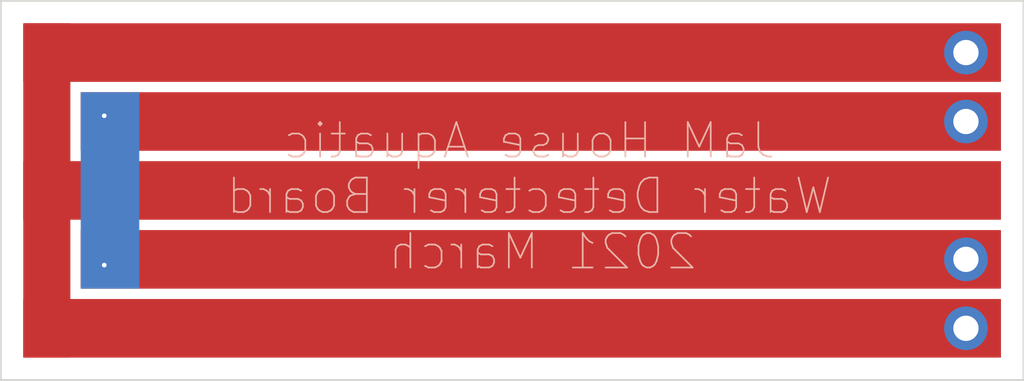
<source format=kicad_pcb>
(kicad_pcb (version 20171130) (host pcbnew "(5.1.9)-1")

  (general
    (thickness 1.6)
    (drawings 13)
    (tracks 2)
    (zones 0)
    (modules 4)
    (nets 1)
  )

  (page A4)
  (layers
    (0 F.Cu signal)
    (31 B.Cu signal)
    (32 B.Adhes user)
    (33 F.Adhes user)
    (34 B.Paste user)
    (35 F.Paste user)
    (36 B.SilkS user)
    (37 F.SilkS user)
    (38 B.Mask user)
    (39 F.Mask user)
    (40 Dwgs.User user)
    (41 Cmts.User user)
    (42 Eco1.User user)
    (43 Eco2.User user)
    (44 Edge.Cuts user)
    (45 Margin user)
    (46 B.CrtYd user)
    (47 F.CrtYd user)
    (48 B.Fab user)
    (49 F.Fab user)
  )

  (setup
    (last_trace_width 0.25)
    (trace_clearance 0.2)
    (zone_clearance 0.508)
    (zone_45_only no)
    (trace_min 0.2)
    (via_size 0.8)
    (via_drill 0.4)
    (via_min_size 0.4)
    (via_min_drill 0.3)
    (uvia_size 0.3)
    (uvia_drill 0.1)
    (uvias_allowed no)
    (uvia_min_size 0.2)
    (uvia_min_drill 0.1)
    (edge_width 0.05)
    (segment_width 0.2)
    (pcb_text_width 0.3)
    (pcb_text_size 1.5 1.5)
    (mod_edge_width 0.12)
    (mod_text_size 1 1)
    (mod_text_width 0.15)
    (pad_size 2.6 2.6)
    (pad_drill 2.2)
    (pad_to_mask_clearance 0)
    (aux_axis_origin 0 0)
    (visible_elements 7FFFFFFF)
    (pcbplotparams
      (layerselection 0x010fc_ffffffff)
      (usegerberextensions false)
      (usegerberattributes true)
      (usegerberadvancedattributes true)
      (creategerberjobfile true)
      (excludeedgelayer true)
      (linewidth 0.100000)
      (plotframeref false)
      (viasonmask false)
      (mode 1)
      (useauxorigin false)
      (hpglpennumber 1)
      (hpglpenspeed 20)
      (hpglpendiameter 15.000000)
      (psnegative false)
      (psa4output false)
      (plotreference true)
      (plotvalue true)
      (plotinvisibletext false)
      (padsonsilk false)
      (subtractmaskfromsilk false)
      (outputformat 1)
      (mirror false)
      (drillshape 1)
      (scaleselection 1)
      (outputdirectory ""))
  )

  (net 0 "")

  (net_class Default "This is the default net class."
    (clearance 0.2)
    (trace_width 0.25)
    (via_dia 0.8)
    (via_drill 0.4)
    (uvia_dia 0.3)
    (uvia_drill 0.1)
  )

  (module MountingHole:MountingHole_2.2mm_M2_DIN965_Pad_TopBottom (layer F.Cu) (tedit 56D1B4CB) (tstamp 60598A25)
    (at 102 80.5)
    (descr "Mounting Hole 2.2mm, M2, DIN965")
    (tags "mounting hole 2.2mm m2 din965")
    (path /60593237)
    (attr virtual)
    (fp_text reference H1 (at 0 -2.9) (layer F.SilkS) hide
      (effects (font (size 1 1) (thickness 0.15)))
    )
    (fp_text value MountingHole (at 0 2.9) (layer F.Fab) hide
      (effects (font (size 1 1) (thickness 0.15)))
    )
    (fp_circle (center 0 0) (end 2.15 0) (layer F.CrtYd) (width 0.05))
    (fp_circle (center 0 0) (end 1.9 0) (layer Cmts.User) (width 0.15))
    (fp_text user %R (at 0.3 0) (layer F.Fab)
      (effects (font (size 1 1) (thickness 0.15)))
    )
    (pad 1 connect circle (at 0 0) (size 3.8 3.8) (layers B.Cu B.Mask))
    (pad 1 connect circle (at 0 0) (size 3.8 3.8) (layers F.Cu F.Mask))
    (pad 1 thru_hole circle (at 0 0) (size 2.6 2.6) (drill 2.2) (layers *.Cu *.Mask))
  )

  (module MountingHole:MountingHole_2.2mm_M2_DIN965_Pad_TopBottom (layer F.Cu) (tedit 56D1B4CB) (tstamp 60598A25)
    (at 102 68.5)
    (descr "Mounting Hole 2.2mm, M2, DIN965")
    (tags "mounting hole 2.2mm m2 din965")
    (path /60593237)
    (attr virtual)
    (fp_text reference H1 (at 0 -2.9) (layer F.SilkS) hide
      (effects (font (size 1 1) (thickness 0.15)))
    )
    (fp_text value MountingHole (at 0 2.9) (layer F.Fab) hide
      (effects (font (size 1 1) (thickness 0.15)))
    )
    (fp_circle (center 0 0) (end 2.15 0) (layer F.CrtYd) (width 0.05))
    (fp_circle (center 0 0) (end 1.9 0) (layer Cmts.User) (width 0.15))
    (fp_text user %R (at 0.3 0) (layer F.Fab)
      (effects (font (size 1 1) (thickness 0.15)))
    )
    (pad 1 connect circle (at 0 0) (size 3.8 3.8) (layers B.Cu B.Mask))
    (pad 1 connect circle (at 0 0) (size 3.8 3.8) (layers F.Cu F.Mask))
    (pad 1 thru_hole circle (at 0 0) (size 2.6 2.6) (drill 2.2) (layers *.Cu *.Mask))
  )

  (module MountingHole:MountingHole_2.2mm_M2_DIN965_Pad_TopBottom (layer F.Cu) (tedit 56D1B4CB) (tstamp 605988FB)
    (at 102 62.5)
    (descr "Mounting Hole 2.2mm, M2, DIN965")
    (tags "mounting hole 2.2mm m2 din965")
    (path /60593237)
    (attr virtual)
    (fp_text reference H1 (at 0 -2.9) (layer F.SilkS) hide
      (effects (font (size 1 1) (thickness 0.15)))
    )
    (fp_text value MountingHole (at 0 2.9) (layer F.Fab) hide
      (effects (font (size 1 1) (thickness 0.15)))
    )
    (fp_circle (center 0 0) (end 2.15 0) (layer F.CrtYd) (width 0.05))
    (fp_circle (center 0 0) (end 1.9 0) (layer Cmts.User) (width 0.15))
    (fp_text user %R (at 0.3 0) (layer F.Fab)
      (effects (font (size 1 1) (thickness 0.15)))
    )
    (pad 1 thru_hole circle (at 0 0) (size 2.6 2.6) (drill 2.2) (layers *.Cu *.Mask))
    (pad 1 connect circle (at 0 0) (size 3.8 3.8) (layers F.Cu F.Mask))
    (pad 1 connect circle (at 0 0) (size 3.8 3.8) (layers B.Cu B.Mask))
  )

  (module MountingHole:MountingHole_2.2mm_M2_DIN965_Pad_TopBottom (layer F.Cu) (tedit 56D1B4CB) (tstamp 60598905)
    (at 102 86.5)
    (descr "Mounting Hole 2.2mm, M2, DIN965")
    (tags "mounting hole 2.2mm m2 din965")
    (path /605934BD)
    (attr virtual)
    (fp_text reference H2 (at 6 -3) (layer F.SilkS) hide
      (effects (font (size 1 1) (thickness 0.15)))
    )
    (fp_text value MountingHole (at 7 15) (layer F.Fab) hide
      (effects (font (size 1 1) (thickness 0.15)))
    )
    (fp_circle (center 0 0) (end 1.9 0) (layer Cmts.User) (width 0.15))
    (fp_circle (center 0 0) (end 2.15 0) (layer F.CrtYd) (width 0.05))
    (fp_text user %R (at 0.3 0) (layer F.Fab)
      (effects (font (size 1 1) (thickness 0.15)))
    )
    (pad 1 connect circle (at 0 0) (size 3.8 3.8) (layers B.Cu B.Mask))
    (pad 1 connect circle (at 0 0) (size 3.8 3.8) (layers F.Cu F.Mask))
    (pad 1 thru_hole circle (at 0 0) (size 2.6 2.6) (drill 2.2) (layers *.Cu *.Mask))
  )

  (gr_text "JaM House Aquatic\nWater Detecterer Board\n2021 March " (at 64 75) (layer B.SilkS)
    (effects (font (size 3 3) (thickness 0.15)) (justify mirror))
  )
  (gr_poly (pts (xy 95 89) (xy 30 89) (xy 30 60) (xy 95 60)) (layer F.Mask) (width 0.1))
  (gr_line (start 107 91) (end 107 58) (layer Edge.Cuts) (width 0.15) (tstamp 60598AB4))
  (gr_line (start 18 91) (end 107 91) (layer Edge.Cuts) (width 0.15))
  (gr_line (start 18 58) (end 18 91) (layer Edge.Cuts) (width 0.15))
  (gr_line (start 107 58) (end 18 58) (layer Edge.Cuts) (width 0.15))
  (gr_poly (pts (xy 24 89) (xy 20 89) (xy 20 60) (xy 24 60)) (layer F.Cu) (width 0.1))
  (gr_poly (pts (xy 30 83) (xy 25 83) (xy 25 66) (xy 30 66)) (layer B.Cu) (width 0.1))
  (gr_poly (pts (xy 105 89) (xy 20 89) (xy 20 84) (xy 105 84)) (layer F.Cu) (width 0.1) (tstamp 60598958))
  (gr_poly (pts (xy 105 83) (xy 25 83) (xy 25 78) (xy 105 78)) (layer F.Cu) (width 0.1) (tstamp 60598958))
  (gr_poly (pts (xy 105 71) (xy 25 71) (xy 25 66) (xy 105 66)) (layer F.Cu) (width 0.1) (tstamp 60598958))
  (gr_poly (pts (xy 105 77) (xy 20 77) (xy 20 72) (xy 105 72)) (layer F.Cu) (width 0.1) (tstamp 60598958))
  (gr_poly (pts (xy 105 65) (xy 20 65) (xy 20 60) (xy 105 60)) (layer F.Cu) (width 0.1))

  (via (at 27 81) (size 0.8) (drill 0.4) (layers F.Cu B.Cu) (net 0))
  (via (at 27 68) (size 0.8) (drill 0.4) (layers F.Cu B.Cu) (net 0))

)

</source>
